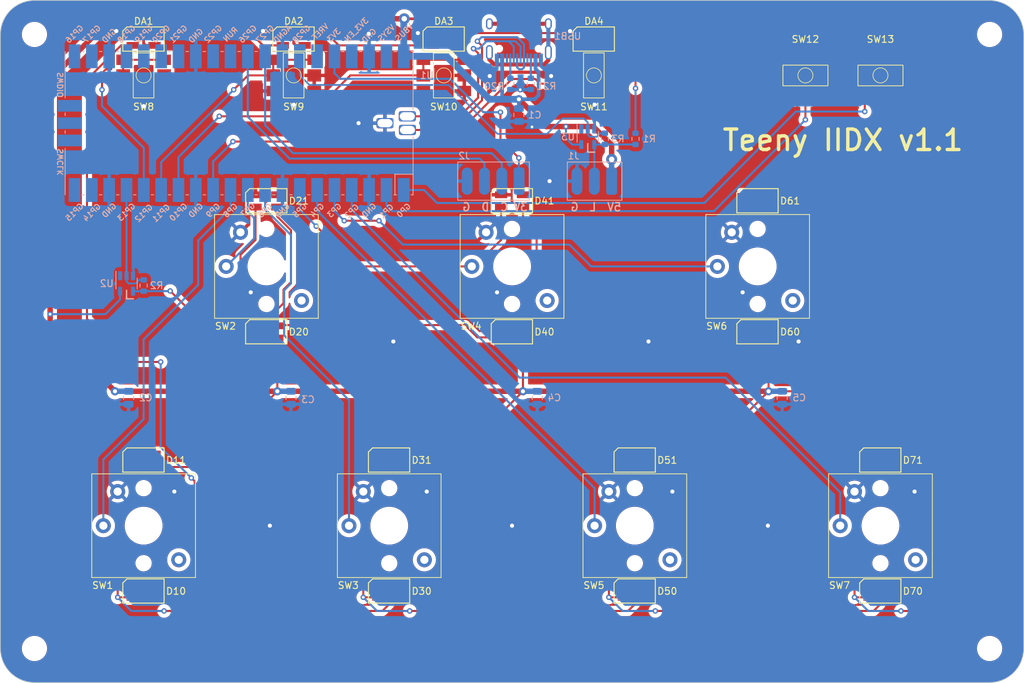
<source format=kicad_pcb>
(kicad_pcb (version 20221018) (generator pcbnew)
  (title_block (title "Teeny Controller for IIDX"))
  (layers (0 "F.Cu" signal) (31 "B.Cu" signal) (34 "B.Paste" user) (35 "F.Paste" user) (36 "B.SilkS" user "B.Silkscreen") (37 "F.SilkS" user "F.Silkscreen") (38 "B.Mask" user) (39 "F.Mask" user) (44 "Edge.Cuts" user))
  (net 0 "")
  (net 1 "GND")
  (net 2 "+5V")
  (net 3 "/LED1")
  (net 4 "Net-(R20-Pad1)")
  (net 5 "Net-(R21-Pad1)")
  (net 6 "Net-(R2-Pad2)")
  (net 7 "Net-(R3-Pad2)")
  (net 8 "Net-(DA4-PadO)")
  (net 9 "/LED2")
  (net 10 "/LED4")
  (net 11 "Net-(U1-PadTP2)")
  (net 12 "Net-(U1-PadTP3)")
  (net 25 "unconnected-(USB1-Pad13)")
  (net 32 "/SDA")
  (net 33 "/SCL")
  (net 34 "/TT_LED")
  (net 35 "/LED3")
  (net 36 "/LED6")
  (net 37 "/LED5")
  (net 38 "Net-(DA1-PadO)")
  (net 39 "Net-(DA2-PadO)")
  (net 40 "Net-(DA3-PadO)")
  (net 41 "Net-(SW1-Pad1)")
  (net 42 "Net-(SW2-Pad1)")
  (net 43 "Net-(SW3-Pad1)")
  (net 44 "/LED7")
  (net 45 "Net-(SW4-Pad1)")
  (net 46 "Net-(SW5-Pad1)")
  (net 47 "Net-(SW6-Pad1)")
  (net 48 "Net-(SW7-Pad1)")
  (net 49 "Net-(SW8-Pad1)")
  (net 50 "Net-(SW9-Pad1)")
  (net 51 "Net-(SW10-Pad1)")
  (net 52 "Net-(SW11-Pad1)")
  (net 53 "/LED8")
  (net 56 "Net-(SW12-Pad1)")
  (net 57 "Net-(SW13-Pad1)")
  (net 58 "/3V3")
  (footprint "iidx_teeny:WS2812B-2835" (layer "F.Cu") (at 191.32 156 180)
    (fp_text reference "D70")
    (fp_text value "WS2812B_Unified" hide)
  )
  (footprint "iidx_teeny:WS2812B-2835" (layer "F.Cu") (at 191.32 136.8 180)
    (fp_text reference "D71")
    (fp_text value "WS2812B_Unified" hide)
  )
  (footprint "iidx_teeny:WS2812B-2835" (layer "F.Cu") (at 155.32 136.8 180)
    (fp_text reference "D51")
    (fp_text value "WS2812B_Unified" hide)
  )
  (footprint "iidx_teeny:WS2812B-2835" (layer "F.Cu") (at 101.32 118 180)
    (fp_text reference "D20")
    (fp_text value "WS2812B_Unified" hide)
  )
  (footprint "iidx_teeny:SW_Kailh_Choc_V1V2_1.00u_LED" (layer "F.Cu") (at 155.32 146.4 90)
    (fp_text reference "SW5")
    (fp_text value "SWITCH_SPST" hide)
  )
  (footprint "iidx_teeny:WS2812B-2835" (layer "F.Cu") (at 83.32 156 180)
    (fp_text reference "D10")
    (fp_text value "WS2812B_Unified" hide)
  )
  (footprint "iidx_teeny:MountingHole_3.2mm_M3" (layer "F.Cu") (at 67.32 74.4)
    (fp_text reference "SCR1" hide)
    (fp_text value "ScrewHole" hide)
  )
  (footprint "iidx_teeny:WS2812B-2835" (layer "F.Cu") (at 101.32 98.8 180)
    (fp_text reference "D21")
    (fp_text value "WS2812B_Unified" hide)
  )
  (footprint "iidx_teeny:EVQP1K05M" (layer "F.Cu") (at 127.32 80.4)
    (fp_text reference "SW10")
    (fp_text value "SWITCH_SPST" hide)
  )
  (footprint "iidx_teeny:SW_Kailh_Choc_V1V2_1.00u_LED" (layer "F.Cu") (at 101.32 108.4 90)
    (fp_text reference "SW2")
    (fp_text value "SWITCH_SPST" hide)
  )
  (footprint "iidx_teeny:WS2812B-2835" (layer "F.Cu") (at 119.32 136.8 180)
    (fp_text reference "D31")
    (fp_text value "WS2812B_Unified" hide)
  )
  (footprint "iidx_teeny:WS2812B-2835" (layer "F.Cu") (at 83.32 136.8 180)
    (fp_text reference "D11")
    (fp_text value "WS2812B_Unified" hide)
  )
  (footprint "iidx_teeny:SW_Kailh_Choc_V1V2_1.00u_LED" (layer "F.Cu") (at 119.32 146.4 90)
    (fp_text reference "SW3")
    (fp_text value "SWITCH_SPST" hide)
  )
  (footprint "iidx_teeny:WS2812B-2835" (layer "F.Cu") (at 173.32 118 180)
    (fp_text reference "D60")
    (fp_text value "WS2812B_Unified" hide)
  )
  (footprint "iidx_teeny:EVQP1K05M" (layer "F.Cu") (at 105.32 80.4)
    (fp_text reference "SW9")
    (fp_text value "SWITCH_SPST" hide)
  )
  (footprint "iidx_teeny:EVQP1K05M" (layer "F.Cu") (at 83.32 80.4)
    (fp_text reference "SW8")
    (fp_text value "SWITCH_SPST" hide)
  )
  (footprint "iidx_teeny:EVQP1K05M" (layer "F.Cu") (at 191.32 80.4 90)
    (fp_text reference "SW13")
    (fp_text value "SWITCH_SPST" hide)
  )
  (footprint "iidx_teeny:MountingHole_3.2mm_M3" (layer "F.Cu") (at 207.32 74.4)
    (fp_text reference "SCR2" hide)
    (fp_text value "ScrewHole" hide)
  )
  (footprint "iidx_teeny:WS2812B-2835" (layer "F.Cu") (at 155.32 156 180)
    (fp_text reference "D50")
    (fp_text value "WS2812B_Unified" hide)
  )
  (footprint "iidx_teeny:EVQP1K05M" (layer "F.Cu") (at 180.32 80.4 90)
    (fp_text reference "SW12")
    (fp_text value "SWITCH_SPST" hide)
  )
  (footprint "iidx_teeny:WS2812B-2835" (layer "F.Cu") (at 127.32 75.1 180)
    (fp_text reference "DA3")
    (fp_text value "WS2812B_Unified" hide)
  )
  (footprint "iidx_teeny:WS2812B-2835" (layer "F.Cu") (at 137.32 98.8 180)
    (fp_text reference "D41")
    (fp_text value "WS2812B_Unified" hide)
  )
  (footprint "iidx_teeny:WS2812B-2835" (layer "F.Cu") (at 149.32 75.1 180)
    (fp_text reference "DA4")
    (fp_text value "WS2812B_Unified" hide)
  )
  (footprint "iidx_teeny:WS2812B-2835" (layer "F.Cu") (at 105.32 75.1 180)
    (fp_text reference "DA2")
    (fp_text value "WS2812B_Unified" hide)
  )
  (footprint "iidx_teeny:WS2812B-2835" (layer "F.Cu") (at 83.32 75.1 180)
    (fp_text reference "DA1")
    (fp_text value "WS2812B_Unified" hide)
  )
  (footprint "iidx_teeny:WS2812B-2835" (layer "F.Cu") (at 173.32 98.8 180)
    (fp_text reference "D61")
    (fp_text value "WS2812B_Unified" hide)
  )
  (footprint "iidx_teeny:SW_Kailh_Choc_V1V2_1.00u_LED" (layer "F.Cu") (at 173.32 108.4 90)
    (fp_text reference "SW6")
    (fp_text value "SWITCH_SPST" hide)
  )
  (footprint "iidx_teeny:EVQP1K05M" (layer "F.Cu") (at 149.32 80.4)
    (fp_text reference "SW11")
    (fp_text value "SWITCH_SPST" hide)
  )
  (footprint "iidx_teeny:WS2812B-2835" (layer "F.Cu") (at 137.32 118 180)
    (fp_text reference "D40")
    (fp_text value "WS2812B_Unified" hide)
  )
  (footprint "iidx_teeny:SW_Kailh_Choc_V1V2_1.00u_LED" (layer "F.Cu") (at 191.32 146.4 90)
    (fp_text reference "SW7")
    (fp_text value "SWITCH_SPST" hide)
  )
  (footprint "iidx_teeny:SW_Kailh_Choc_V1V2_1.00u_LED" (layer "F.Cu") (at 137.32 108.4 90)
    (fp_text reference "SW4")
    (fp_text value "SWITCH_SPST" hide)
  )
  (footprint "iidx_teeny:MountingHole_3.2mm_M3" (layer "F.Cu") (at 207.32 164.4)
    (fp_text reference "SCR4" hide)
    (fp_text value "ScrewHole" hide)
  )
  (footprint "iidx_teeny:MountingHole_3.2mm_M3" (layer "F.Cu") (at 67.32 164.4)
    (fp_text reference "SCR3" hide)
    (fp_text value "ScrewHole" hide)
  )
  (footprint "iidx_teeny:WS2812B-2835" (layer "F.Cu") (at 119.32 156 180)
    (fp_text reference "D30")
    (fp_text value "WS2812B_Unified" hide)
  )
  (footprint "iidx_teeny:SW_Kailh_Choc_V1V2_1.00u_LED" (layer "F.Cu") (at 83.32 146.4 90)
    (fp_text reference "SW1")
    (fp_text value "SWITCH_SPST" hide)
  )
  (footprint "iidx_teeny:SOT-23-5_Jumper" (layer "B.Cu") (at 80.82 110.9 -90)
    (fp_text reference "U2")
    (fp_text value "SN74LV1T34DBV" hide)
  )
  (footprint "Capacitor_SMD:C_0805_2012Metric" (layer "B.Cu") (at 104.92 127.65 -90)
    (fp_text reference "C3")
    (fp_text value "1uF" hide)
  )
  (footprint "Resistor_SMD:R_0603_1608Metric" (layer "B.Cu") (at 150.92 89.7 90)
    (fp_text reference "R3")
    (fp_text value "10" hide)
  )
  (footprint "iidx_teeny:RPi_Pico_SMD_Pins" (layer "B.Cu") (at 97.32 87.4 90)
    (fp_text reference "U1")
    (fp_text value "Pico" hide)
  )
  (footprint "Capacitor_SMD:C_0805_2012Metric" (layer "B.Cu") (at 81.12 127.65 -90)
    (fp_text reference "C2")
    (fp_text value "1uF" hide)
  )
  (footprint "Resistor_SMD:R_0603_1608Metric" (layer "B.Cu") (at 83.32 111.2 90)
    (fp_text reference "R2")
    (fp_text value "10" hide)
  )
  (footprint "Capacitor_SMD:C_0805_2012Metric" (layer "B.Cu") (at 176.92 127.65 -90)
    (fp_text reference "C5")
    (fp_text value "1uF" hide)
  )
  (footprint "iidx_teeny:Solder_3P" (layer "B.Cu") (at 151.92 95.9 90)
    (fp_text reference "J1")
    (fp_text value "Conn_01x03" hide)
  )
  (footprint "Resistor_SMD:R_0603_1608Metric" (layer "B.Cu") (at 137.07 81.65 -90)
    (fp_text reference "R20")
    (fp_text value "5K1" hide)
  )
  (footprint "Capacitor_SMD:C_0805_2012Metric" (layer "B.Cu") (at 141.02 127.65 -90)
    (fp_text reference "C4")
    (fp_text value "1uF" hide)
  )
  (footprint "Resistor_SMD:R_0603_1608Metric" (layer "B.Cu") (at 140.07 81.65 -90)
    (fp_text reference "R21")
    (fp_text value "5K1" hide)
  )
  (footprint "iidx_teeny:SOT-23-5_Jumper" (layer "B.Cu") (at 148.42 89.4 -90)
    (fp_text reference "U3")
    (fp_text value "SN74LV1T34DBV" hide)
  )
  (footprint "Resistor_SMD:R_0603_1608Metric" (layer "B.Cu") (at 155.42 89.7 -90)
    (fp_text reference "R1")
    (fp_text value "10" hide)
  )
  (footprint "iidx_teeny:Solder_4P" (layer "B.Cu") (at 138.36 95.9 90)
    (fp_text reference "J2")
    (fp_text value "Conn_01x04" hide)
  )
  (footprint "Type-C:HRO-TYPE-C-31-M-12-Assembly" (layer "B.Cu") (at 138.32 70.2375)
    (fp_text reference "USB1")
    (fp_text value "U262-161N-4BVC11" hide)
  )
  (footprint "Capacitor_SMD:C_0805_2012Metric" (layer "B.Cu") (at 138.32 86.2 -90)
    (fp_text reference "C1")
    (fp_text value "1uF" hide)
  )
  (gr_arc (start 62.32 74.4) (mid 63.784466 70.864466) (end 67.32 69.4) (stroke (width 0.1)) (layer "Edge.Cuts"))
  (gr_line (start 212.32 74.4) (end 212.32 164.4) (stroke (width 0.1)) (layer "Edge.Cuts"))
  (gr_line (start 67.32 69.4) (end 207.32 69.4) (stroke (width 0.1)) (layer "Edge.Cuts"))
  (gr_line (start 67.32 169.4) (end 207.32 169.4) (stroke (width 0.1)) (layer "Edge.Cuts"))
  (gr_arc (start 212.32 164.4) (mid 210.855534 167.935534) (end 207.32 169.4) (stroke (width 0.1)) (layer "Edge.Cuts"))
  (gr_arc (start 207.32 69.4) (mid 210.855534 70.864466) (end 212.32 74.4) (stroke (width 0.1)) (layer "Edge.Cuts"))
  (gr_arc (start 67.32 169.4) (mid 63.784466 167.935534) (end 62.32 164.4) (stroke (width 0.1)) (layer "Edge.Cuts"))
  (gr_line (start 62.32 164.4) (end 62.32 74.4) (stroke (width 0.1)) (layer "Edge.Cuts"))
  (gr_text "3V C  D  G" (at 134.82 99.7) (layer "B.SilkS") (effects (font (size 1.2 1.1) (thickness 0.2)) (justify mirror)))
  (gr_text "5V  L  G" (at 149.62 99.7) (layer "B.SilkS") (effects (font (size 1.2 1.1) (thickness 0.2)) (justify mirror)))
  (gr_text "Teeny IIDX v1.1" (at 185.82 89.9) (layer "F.SilkS") (effects (font (size 3 3) (thickness 0.5))))
  (segment (start 146.32 82.686) (end 152.32 82.686) (width 0.3) (layer "F.Cu") (net 1))
  (segment (start 102.32 82.686) (end 108.32 82.686) (width 0.3) (layer "F.Cu") (net 1))
  (segment (start 108.32 82.686) (end 108.32 80.4) (width 0.3) (layer "F.Cu") (net 1))
  (segment (start 182.606 77.4) (end 182.606 83.4) (width 0.3) (layer "F.Cu") (net 1))
  (segment (start 80.32 82.686) (end 86.32 82.686) (width 0.3) (layer "F.Cu") (net 1))
  (segment (start 86.32 82.686) (end 86.32 80.4) (width 0.3) (layer "F.Cu") (net 1))
  (segment (start 152.32 82.686) (end 152.32 80.4) (width 0.3) (layer "F.Cu") (net 1))
  (segment (start 193.606 77.4) (end 193.606 83.4) (width 0.3) (layer "F.Cu") (net 1))
  (segment (start 124.32 82.686) (end 130.32 82.686) (width 0.3) (layer "F.Cu") (net 1))
  (segment (start 180.32 77.4) (end 182.606 77.4) (width 0.3) (layer "F.Cu") (net 1))
  (segment (start 191.32 77.4) (end 193.606 77.4) (width 0.3) (layer "F.Cu") (net 1))
  (segment (start 130.32 82.686) (end 130.32 80.4) (width 0.3) (layer "F.Cu") (net 1))
  (via (at 171.12 112.2) (size 1) (drill 0.6) (layers "F.Cu" "B.Cu") (net 1))
  (via (at 100.82 73.9) (size 1) (drill 0.6) (layers "F.Cu" "B.Cu") (net 1))
  (via (at 143.04619 80.5) (size 1) (drill 0.6) (layers "F.Cu" "B.Cu") (net 1))
  (via (at 149.42 84.7) (size 1) (drill 0.6) (layers "F.Cu" "B.Cu") (net 1))
  (via (at 134.04619 80.5) (size 1) (drill 0.6) (layers "F.Cu" "B.Cu") (net 1))
  (via (at 142.82 95.9) (size 1) (drill 0.6) (layers "F.Cu" "B.Cu") (net 1))
  (via (at 179.32 119.4) (size 1) (drill 0.6) (layers "F.Cu" "B.Cu") (net 1))
  (via (at 124.82 141.4) (size 1) (drill 0.6) (layers "F.Cu" "B.Cu") (net 1))
  (via (at 174.82 146.4) (size 1) (drill 0.6) (layers "F.Cu" "B.Cu") (net 1))
  (via (at 138.52 82.5) (size 0.8) (drill 0.4) (layers "F.Cu" "B.Cu") (net 1))
  (via (at 140.245 87.95) (size 0.8) (drill 0.4) (layers "F.Cu" "B.Cu") (net 1))
  (via (at 135.12 112.2) (size 1) (drill 0.6) (layers "F.Cu" "B.Cu") (net 1))
  (via (at 196.32 141.4) (size 1) (drill 0.6) (layers "F.Cu" "B.Cu") (net 1))
  (via (at 119.92 119.4) (size 1) (drill 0.6) (layers "F.Cu" "B.Cu") (net 1))
  (via (at 79.32 73.9) (size 1) (drill 0.6) (layers "F.Cu" "B.Cu") (net 1))
  (via (at 137.32 146.4) (size 1) (drill 0.6) (layers "F.Cu" "B.Cu") (net 1))
  (via (at 157.32 119.4) (size 1) (drill 0.6) (layers "F.Cu" "B.Cu") (net 1))
  (via (at 123.52 74.2) (size 1) (drill 0.6) (layers "F.Cu" "B.Cu") (net 1))
  (via (at 114.82 87.4) (size 1) (drill 0.6) (layers "F.Cu" "B.Cu") (net 1))
  (via (at 99.02 112.2) (size 1) (drill 0.6) (layers "F.Cu" "B.Cu") (net 1))
  (via (at 101.82 146.4) (size 1) (drill 0.6) (layers "F.Cu" "B.Cu") (net 1))
  (via (at 105.32 84.7) (size 1) (drill 0.6) (layers "F.Cu" "B.Cu") (net 1))
  (via (at 83.32 84.9) (size 1) (drill 0.6) (layers "F.Cu" "B.Cu") (net 1))
  (via (at 87.82 141.4) (size 1) (drill 0.6) (layers "F.Cu" "B.Cu") (net 1))
  (via (at 160.82 141.4) (size 1) (drill 0.6) (layers "F.Cu" "B.Cu") (net 1))
  (via (at 145.82 73.9) (size 1) (drill 0.6) (layers "F.Cu" "B.Cu") (net 1))
  (via (at 116.32 74.3) (size 1) (drill 0.6) (layers "F.Cu" "B.Cu") (net 1))
  (segment (start 135.095 79.45119) (end 134.04619 80.5) (width 0.5) (layer "B.Cu") (net 1))
  (segment (start 141.545 78.99881) (end 143.04619 80.5) (width 0.5) (layer "B.Cu") (net 1))
  (segment (start 141.545 78.99881) (end 141.545 77.9325) (width 0.5) (layer "B.Cu") (net 1))
  (segment (start 135.095 77.9325) (end 135.095 79.45119) (width 0.5) (layer "B.Cu") (net 1))
  (segment (start 161.92 154.5) (end 159.62 156.8) (width 0.3) (layer "F.Cu") (net 2))
  (segment (start 91.82 154.4) (end 89.42 156.8) (width 0.3) (layer "F.Cu") (net 2))
  (segment (start 199.02 153.7) (end 195.92 156.8) (width 0.3) (layer "F.Cu") (net 2))
  (segment (start 149.72 76) (end 150.92 76) (width 0.4) (layer "F.Cu") (net 2))
  (segment (start 105.32 72.1) (end 78.52 72.1) (width 0.8) (layer "F.Cu") (net 2))
  (segment (start 101.32 118.3) (end 101.32 116.3) (width 0.3) (layer "F.Cu") (net 2))
  (segment (start 128.445 70.975) (end 147.395 70.975) (width 0.4) (layer "F.Cu") (net 2))
  (segment (start 174.92 101.1) (end 174.92 99.8) (width 0.3) (layer "F.Cu") (net 2))
  (segment (start 175.82 113.8) (end 175.82 111.8) (width 0.3) (layer "F.Cu") (net 2))
  (segment (start 174.92 118.8) (end 173.82 118.8) (width 0.3) (layer "F.Cu") (net 2))
  (segment (start 192.92 137.8) (end 199.02 137.8) (width 0.3) (layer "F.Cu") (net 2))
  (segment (start 149.22 87.9) (end 151.92 90.6) (width 0.8) (layer "F.Cu") (net 2))
  (segment (start 79.12 126.7) (end 102.92 126.7) (width 0.8) (layer "F.Cu") (net 2))
  (segment (start 127.62 76) (end 128.92 76) (width 0.4) (layer "F.Cu") (net 2))
  (segment (start 127.82 137.8) (end 120.92 137.8) (width 0.3) (layer "F.Cu") (net 2))
  (segment (start 138.92 126.7) (end 127.82 137.8) (width 0.3) (layer "F.Cu") (net 2))
  (segment (start 121.52 72.1) (end 127.32 72.1) (width 0.4) (layer "F.Cu") (net 2))
  (segment (start 127.32 75.7) (end 127.62 76) (width 0.4) (layer "F.Cu") (net 2))
  (segment (start 89.42 156.8) (end 84.92 156.8) (width 0.3) (layer "F.Cu") (net 2))
  (segment (start 173.32 116.3) (end 175.82 113.8) (width 0.3) (layer "F.Cu") (net 2))
  (segment (start 69.62 115.4) (end 69.62 117.2) (width 0.8) (layer "F.Cu") (net 2))
  (segment (start 104.92 103.1) (end 102.92 101.1) (width 0.3) (layer "F.Cu") (net 2))
  (segment (start 78.52 72.1) (end 69.62 81) (width 0.8) (layer "F.Cu") (net 2))
  (segment (start 175.82 111.8) (end 176.92 110.7) (width 0.3) (layer "F.Cu") (net 2))
  (segment (start 151.92 90.6) (end 151.92 92.7) (width 0.8) (layer "F.Cu") (net 2))
  (segment (start 173.32 118.3) (end 173.32 116.3) (width 0.3) (layer "F.Cu") (net 2))
  (segment (start 127.32 72.1) (end 127.32 75.7) (width 0.4) (layer "F.Cu") (net 2))
  (segment (start 199.02 136.1) (end 199.02 137.7) (width 0.3) (layer "F.Cu") (net 2))
  (segment (start 174.92 126.7) (end 163.82 137.8) (width 0.3) (layer "F.Cu") (net 2))
  (segment (start 195.92 156.8) (end 192.92 156.8) (width 0.3) (layer "F.Cu") (net 2))
  (segment (start 91.82 137.8) (end 84.92 137.8) (width 0.3) (layer "F.Cu") (net 2))
  (segment (start 105.32 72.1) (end 105.32 75.7) (width 0.4) (layer "F.Cu") (net 2))
  (segment (start 69.62 81) (end 69.62 115.4) (width 0.8) (layer "F.Cu") (net 2))
  (segment (start 137.82 118.8) (end 137.32 118.3) (width 0.3) (layer "F.Cu") (net 2))
  (segment (start 103.82 113.8) (end 103.82 111.8) (width 0.3) (layer "F.Cu") (net 2))
  (segment (start 163.82 137.8) (end 156.92 137.8) (width 0.3) (layer "F.Cu") (net 2))
  (segment (start 123.22 156.8) (end 120.92 156.8) (width 0.3) (layer "F.Cu") (net 2))
  (segment (start 149.32 75.6) (end 149.72 76) (width 0.4) (layer "F.Cu") (net 2))
  (segment (start 102.92 126.7) (end 91.82 137.8) (width 0.3) (layer "F.Cu") (net 2))
  (segment (start 102.92 126.7) (end 174.92 126.7) (width 0.8) (layer "F.Cu") (net 2))
  (segment (start 174.92 126.7) (end 189.62 126.7) (width 0.3) (layer "F.Cu") (net 2))
  (segment (start 147.395 70.975) (end 149.32 72.9) (width 0.4) (layer "F.Cu") (net 2))
  (segment (start 102.92 101.1) (end 102.92 99.8) (width 0.3) (layer "F.Cu") (net 2))
  (segment (start 176.92 110.7) (end 176.92 103.1) (width 0.3) (layer "F.Cu") (net 2))
  (segment (start 138.92 118.8) (end 138.92 126.7) (width 0.3) (layer "F.Cu") (net 2))
  (segment (start 137.32 116.3) (end 139.82 113.8) (width 0.3) (layer "F.Cu") (net 2))
  (segment (start 105.32 75.7) (end 105.62 76) (width 0.4) (layer "F.Cu") (net 2))
  (segment (start 199.02 137.7) (end 199.02 153.7) (width 0.3) (layer "F.Cu") (net 2))
  (segment (start 101.32 116.3) (end 103.82 113.8) (width 0.3) (layer "F.Cu") (net 2))
  (segment (start 105.62 76) (end 106.92 76) (width 0.4) (layer "F.Cu") (net 2))
  (segment (start 138.92 118.8) (end 137.82 118.8) (width 0.3) (layer "F.Cu") (net 2))
  (segment (start 69.62 117.2) (end 79.12 126.7) (width 0.8) (layer "F.Cu") (net 2))
  (segment (start 163.82 152.6) (end 161.92 154.5) (width 0.3) (layer "F.Cu") (net 2))
  (segment (start 83.62 76) (end 84.92 76) (width 0.4) (layer "F.Cu") (net 2))
  (segment (start 138.92 101.1) (end 138.92 99.8) (width 0.3) (layer "F.Cu") (net 2))
  (segment (start 91.82 137.8) (end 91.82 154.4) (width 0.3) (layer "F.Cu") (net 2))
  (segment (start 173.82 118.8) (end 173.32 118.3) (width 0.3) (layer "F.Cu") (net 2))
  (segment (start 127.82 137.8) (end 127.82 152.2) (width 0.3) (layer "F.Cu") (net 2))
  (segment (start 127.32 72.1) (end 128.445 70.975) (width 0.4) (layer "F.Cu") (net 2))
  (segment (start 102.92 118.8) (end 101.82 118.8) (width 0.3) (layer "F.Cu") (net 2))
  (segment (start 104.92 110.7) (end 104.92 103.1) (width 0.3) (layer "F.Cu") (net 2))
  (segment (start 139.82 111.8) (end 140.92 110.7) (width 0.3) (layer "F.Cu") (net 2))
  (segment (start 189.62 126.7) (end 199.02 136.1) (width 0.3) (layer "F.Cu") (net 2))
  (segment (start 83.32 72.1) (end 83.32 75.7) (width 0.4) (layer "F.Cu") (net 2))
  (segment (start 138.32 83.9) (end 142.32 87.9) (width 0.8) (layer "F.Cu") (net 2))
  (segment (start 137.32 118.3) (end 137.32 116.3) (width 0.3) (layer "F.Cu") (net 2))
  (segment (start 174.92 126.7) (end 174.92 118.8) (width 0.3) (layer "F.Cu") (net 2))
  (segment (start 83.32 75.7) (end 83.62 76) (width 0.4) (layer "F.Cu") (net 2))
  (segment (start 140.92 110.7) (end 140.92 103.1) (width 0.3) (layer "F.Cu") (net 2))
  (segment (start 102.92 118.8) (end 102.92 126.7) (width 0.3) (layer "F.Cu") (net 2))
  (segment (start 140.92 103.1) (end 138.92 101.1) (width 0.3) (layer "F.Cu") (net 2))
  (segment (start 149.32 72.9) (end 149.32 75.6) (width 0.4) (layer "F.Cu") (net 2))
  (segment (start 121.52 72.1) (end 105.32 72.1) (width 0.8) (layer "F.Cu") (net 2))
  (segment (start 103.82 111.8) (end 104.92 110.7) (width 0.3) (layer "F.Cu") (net 2))
  (segment (start 127.82 152.2) (end 123.22 156.8) (width 0.3) (layer "F.Cu") (net 2))
  (segment (start 159.62 156.8) (end 156.92 156.8) (width 0.3) (layer "F.Cu") (net 2))
  (segment (start 176.92 103.1) (end 174.92 101.1) (width 0.3) (layer "F.Cu") (net 2))
  (segment (start 145.22 87.9) (end 149.22 87.9) (width 0.8) (layer "F.Cu") (net 2))
  (segment (start 101.82 118.8) (end 101.32 118.3) (width 0.3) (layer "F.Cu") (net 2))
  (segment (start 139.82 113.8) (end 139.82 111.8) (width 0.3) (layer "F.Cu") (net 2))
  (segment (start 142.32 87.9) (end 145.22 87.9) (width 0.8) (layer "F.Cu") (net 2))
  (segment (start 163.82 137.8) (end 163.82 152.6) (width 0.3) (layer "F.Cu") (net 2))
  (via (at 121.52 72.1) (size 1.6) (drill 0.8) (layers "F.Cu" "B.Cu") (net 2))
  (via (at 138.32 83.9) (size 1.2) (drill 0.6) (layers "F.Cu" "B.Cu") (net 2))
  (via (at 174.92 126.7) (size 1.2) (drill 0.6) (layers "F.Cu" "B.Cu") (net 2))
  (via (at 151.92 92.7) (size 1.6) (drill 0.8) (layers "F.Cu" "B.Cu") (net 2))
  (via (at 102.92 126.7) (size 1.2) (drill 0.6) (layers "F.Cu" "B.Cu") (net 2))
  (via (at 69.62 115.4) (size 0.8) (drill 0.4) (layers "F.Cu" "B.Cu") (net 2))
  (via (at 138.92 126.7) (size 1.2) (drill 0.6) (layers "F.Cu" "B.Cu") (net 2))
  (via (at 79.12 126.7) (size 1.2) (drill 0.6) (layers "F.Cu" "B.Cu") (net 2))
  (via (at 145.22 87.9) (size 0.8) (drill 0.4) (layers "F.Cu" "B.Cu") (net 2))
  (segment (start 140.77 77.9325) (end 140.77 79.45) (width 0.55) (layer "B.Cu") (net 2))
  (segment (start 121.45 72.17) (end 121.52 72.1) (width 0.5) (layer "B.Cu") (net 2))
  (segment (start 77.72 115.4) (end 69.62 115.4) (width 0.3) (layer "B.Cu") (net 2))
  (segment (start 145.22 87.9) (end 145.22 89.6) (width 0.3) (layer "B.Cu") (net 2))
  (segment (start 121.45 77.6) (end 121.45 72.17) (width 1) (layer "B.Cu") (net 2))
  (segment (start 141.22 79.9) (end 141.22 83.3) (width 0.55) (layer "B.Cu") (net 2))
  (segment (start 135.87 83.9) (end 135.87 77.9325) (width 0.55) (layer "B.Cu") (net 2))
  (segment (start 151.92 92.7) (end 151.92 95.9) (width 0.8) (layer "B.Cu") (net 2))
  (segment (start 138.92 126.7) (end 141.02 126.7) (width 0.8) (layer "B.Cu") (net 2))
  (segment (start 140.77 79.45) (end 141.22 79.9) (width 0.55) (layer "B.Cu") (net 2))
  (segment (start 79.87 113.25) (end 77.72 115.4) (width 0.3) (layer "B.Cu") (net 2))
  (segment (start 146.1575 90.5375) (end 147.47 90.5375) (width 0.3) (layer "B.Cu") (net 2))
  (segment (start 140.62 83.9) (end 138.32 83.9) (width 0.55) (layer "B.Cu") (net 2))
  (segment (start 145.22 89.6) (end 146.1575 90.5375) (width 0.3) (layer "B.Cu") (net 2))
  (segment (start 174.92 126.7) (end 176.92 126.7) (width 0.8) (layer "B.Cu") (net 2))
  (segment (start 79.12 126.7) (end 81.12 126.7) (width 0.8) (layer "B.Cu") (net 2))
  (segment (start 138.32 83.9) (end 134.02 83.9) (width 1) (layer "B.Cu") (net 2))
  (segment (start 141.22 83.3) (end 140.62 83.9) (width 0.55) (layer "B.Cu") (net 2))
  (segment (start 102.92 126.7) (end 105.02 126.7) (width 0.8) (layer "B.Cu") (net 2))
  (segment (start 134.02 83.9) (end 127.72 77.6) (width 1) (layer "B.Cu") (net 2))
  (segment (start 138.32 83.9) (end 138.32 85.25) (width 0.55) (layer "B.Cu") (net 2))
  (segment (start 79.87 112.0375) (end 79.87 113.25) (width 0.3) (layer "B.Cu") (net 2))
  (segment (start 127.72 77.6) (end 121.45 77.6) (width 1) (layer "B.Cu") (net 2))
  (segment (start 119.32 155.4) (end 119.62 155.1) (width 0.3) (layer "F.Cu") (net 3))
  (segment (start 118.32 158.9) (end 119.32 157.9) (width 0.3) (layer "F.Cu") (net 3))
  (segment (start 81.72 142.5) (end 81.72 137.7) (width 0.3) (layer "F.Cu") (net 3))
  (segment (start 79.52 144.7) (end 81.72 142.5) (width 0.3) (layer "F.Cu") (net 3))
  (segment (start 79.52 156.9) (end 79.52 144.7) (width 0.3) (layer "F.Cu") (net 3))
  (segment (start 81.72 156.9) (end 79.52 156.9) (width 0.3) (layer "F.Cu") (net 3))
  (segment (start 119.62 155.1) (end 120.92 155.1) (width 0.3) (layer "F.Cu") (net 3))
  (segment (start 86.32 158.9) (end 118.32 158.9) (width 0.3) (layer "F.Cu") (net 3))
  (segment (start 119.32 157.9) (end 119.32 155.4) (width 0.3) (layer "F.Cu") (net 3))
  (via (at 79.52 156.9) (size 0.8) (drill 0.4) (layers "F.Cu" "B.Cu") (net 3))
  (via (at 86.32 158.9) (size 0.8) (drill 0.4) (layers "F.Cu" "B.Cu") (net 3))
  (segment (start 86.32 158.9) (end 81.52 158.9) (width 0.3) (layer "B.Cu") (net 3))
  (segment (start 81.52 158.9) (end 79.52 156.9) (width 0.3) (layer "B.Cu") (net 3))
  (segment (start 137.07 80.825) (end 137.07 77.9325) (width 0.3) (layer "B.Cu") (net 4))
  (segment (start 140.07 80.825) (end 140.07 77.9325) (width 0.3) (layer "B.Cu") (net 5))
  (segment (start 82.12 110.9) (end 82.645 110.375) (width 0.25) (layer "B.Cu") (net 6))
  (segment (start 80.81 97.2) (end 80.81 109.7525) (width 0.3) (layer "B.Cu") (net 6))
  (segment (start 80.82 110.6) (end 81.12 110.9) (width 0.25) (layer "B.Cu") (net 6))
  (segment (start 81.12 110.9) (end 82.12 110.9) (width 0.25) (layer "B.Cu") (net 6))
  (segment (start 80.82 109.7625) (end 80.82 110.6) (width 0.25) (layer "B.Cu") (net 6))
  (segment (start 82.645 110.375) (end 83.32 110.375) (width 0.25) (layer "B.Cu") (net 6))
  (segment (start 106.21 80.39) (end 107.62 81.8) (width 0.25) (layer "B.Cu") (net 7))
  (segment (start 135.195 88.975) (end 142.445 88.975) (width 0.25) (layer "B.Cu") (net 7))
  (segment (start 106.21 77.6) (end 106.21 80.39) (width 0.25) (layer "B.Cu") (net 7))
  (segment (start 148.42 87.3) (end 148.42 88.2625) (width 0.25) (layer "B.Cu") (net 7))
  (segment (start 150.245 88.875) (end 150.92 88.875) (width 0.25) (layer "B.Cu") (net 7))
  (segment (start 148.42 89.1) (end 148.72 89.4) (width 0.25) (layer "B.Cu") (net 7))
  (segment (start 149.72 89.4) (end 150.245 88.875) (width 0.25) (layer "B.Cu") (net 7))
  (segment (start 107.62 81.8) (end 128.02 81.8) (width 0.25) (layer "B.Cu") (net 7))
  (segment (start 144.72 86.7) (end 147.82 86.7) (width 0.25) (layer "B.Cu") (net 7))
  (segment (start 147.82 86.7) (end 148.42 87.3) (width 0.25) (layer "B.Cu") (net 7))
  (segment (start 148.72 89.4) (end 149.72 89.4) (width 0.25) (layer "B.Cu") (net 7))
  (segment (start 148.42 88.2625) (end 148.42 89.1) (width 0.25) (layer "B.Cu") (net 7))
  (segment (start 142.445 88.975) (end 144.72 86.7) (width 0.25) (layer "B.Cu") (net 7))
  (segment (start 128.02 81.8) (end 135.195 88.975) (width 0.25) (layer "B.Cu") (net 7))
  (segment (start 154.62 74.2) (end 155.22 74.8) (width 0.3) (layer "F.Cu") (net 8))
  (segment (start 150.92 74.2) (end 154.62 74.2) (width 0.3) (layer "F.Cu") (net 8))
  (segment (start 155.42 75) (end 155.42 82.3) (width 0.3) (layer "F.Cu") (net 8))
  (segment (start 155.22 74.8) (end 155.42 75) (width 0.3) (layer "F.Cu") (net 8))
  (via (at 155.42 82.3) (size 0.8) (drill 0.4) (layers "F.Cu" "B.Cu") (net 8))
  (segment (start 155.42 82.3) (end 155.42 88.875) (width 0.3) (layer "B.Cu") (net 8))
  (segment (start 87.22 112) (end 94.02 118.8) (width 0.3) (layer "F.Cu") (net 9))
  (segment (start 97.52 118.8) (end 97.52 106.7) (width 0.3) (layer "F.Cu") (net 9))
  (segment (start 99.72 104.5) (end 99.72 99.7) (width 0.3) (layer "F.Cu") (net 9))
  (segment (start 94.02 118.8) (end 99.72 118.8) (width 0.3) (layer "F.Cu") (net 9))
  (segment (start 97.52 106.7) (end 99.72 104.5) (width 0.3) (layer "F.Cu") (net 9))
  (via (at 87.22 112) (size 0.8) (drill 0.4) (layers "F.Cu" "B.Cu") (net 9))
  (segment (start 87.22 112) (end 87.195 112.025) (width 0.3) (layer "B.Cu") (net 9))
  (segment (start 87.195 112.025) (end 83.32 112.025) (width 0.3) (layer "B.Cu") (net 9))
  (segment (start 81.77 112.0375) (end 83.3075 112.0375) (width 0.3) (layer "B.Cu") (net 9))
  (segment (start 130.42 117) (end 132.22 118.8) (width 0.3) (layer "F.Cu") (net 10))
  (segment (start 133.52 118.8) (end 133.52 106.7) (width 0.3) (layer "F.Cu") (net 10))
  (segment (start 135.72 104.5) (end 135.72 99.7) (width 0.3) (layer "F.Cu") (net 10))
  (segment (start 133.52 106.7) (end 135.72 104.5) (width 0.3) (layer "F.Cu") (net 10))
  (segment (start 132.22 118.8) (end 135.72 118.8) (width 0.3) (layer "F.Cu") (net 10))
  (segment (start 102.92 117) (end 130.42 117) (width 0.3) (layer "F.Cu") (net 10))
  (segment (start 131.67 76.475) (end 132.345 77.15) (width 0.3) (layer "F.Cu") (net 11))
  (segment (start 129.62 86.4) (end 121.97 86.4) (width 0.3) (layer "F.Cu") (net 11))
  (segment (start 132.345 77.15) (end 132.345 83.675) (width 0.3) (layer "F.Cu") (net 11))
  (segment (start 132.345 83.675) (end 129.62 86.4) (width 0.3) (layer "F.Cu") (net 11))
  (via (at 131.67 76.475) (size 0.8) (drill 0.4) (layers "F.Cu" "B.Cu") (net 11))
  (segment (start 138.57 76.15) (end 138.57 77.9325) (width 0.3) (layer "B.Cu") (net 11))
  (segment (start 132.495 76.475) (end 133.57 75.4) (width 0.3) (layer "B.Cu") (net 11))
  (segment (start 131.67 76.475) (end 132.495 76.475) (width 0.3) (layer "B.Cu") (net 11))
  (segment (start 137.82 75.4) (end 138.57 76.15) (width 0.3) (layer "B.Cu") (net 11))
  (segment (start 133.57 75.4) (end 137.82 75.4) (width 0.3) (layer "B.Cu") (net 11))
  (segment (start 137.57 76.15) (end 136.82 75.4) (width 0.3) (layer "B.Cu") (net 11))
  (segment (start 137.57 77.9325) (end 137.57 76.15) (width 0.3) (layer "B.Cu") (net 11))
  (segment (start 132.92 76.075) (end 132.92 84.05) (width 0.3) (layer "F.Cu") (net 12))
  (segment (start 132.92 84.05) (end 128.57 88.4) (width 0.3) (layer "F.Cu") (net 12))
  (segment (start 132.245 75.4) (end 132.92 76.075) (width 0.3) (layer "F.Cu") (net 12))
  (segment (start 128.57 88.4) (end 121.99 88.4) (width 0.3) (layer "F.Cu") (net 12))
  (via (at 132.245 75.4) (size 0.8) (drill 0.4) (layers "F.Cu" "B.Cu") (net 12))
  (segment (start 132.245 75.4) (end 132.845 74.8) (width 0.3) (layer "B.Cu") (net 12))
  (segment (start 139.07 79.241106) (end 139.07 77.9325) (width 0.3) (layer "B.Cu") (net 12))
  (segment (start 138.07 79.226359) (end 138.343641 79.5) (width 0.3) (layer "B.Cu") (net 12))
  (segment (start 138.811106 79.5) (end 139.07 79.241106) (width 0.3) (layer "B.Cu") (net 12))
  (segment (start 132.845 74.8) (end 138.07 74.8) (width 0.3) (layer "B.Cu") (net 12))
  (segment (start 138.07 74.8) (end 139.07 75.8) (width 0.3) (layer "B.Cu") (net 12))
  (segment (start 139.07 75.8) (end 139.07 77.9325) (width 0.3) (layer "B.Cu") (net 12))
  (segment (start 138.07 77.9325) (end 138.07 79.226359) (width 0.3) (layer "B.Cu") (net 12))
  (segment (start 138.343641 79.5) (end 138.811106 79.5) (width 0.3) (layer "B.Cu") (net 12))
  (segment (start 134 78.08) (end 134 77.0175) (width 0.6) (layer "F.Cu") (net 25))
  (segment (start 142.64 77.0175) (end 142.64 78.18) (width 0.6) (layer "F.Cu") (net 25))
  (segment (start 134 72.8375) (end 142.64 72.8375) (width 0.6) (layer "F.Cu") (net 25))
  (segment (start 142.64 78.18) (end 142.02 78.8) (width 0.6) (layer "F.Cu") (net 25))
  (segment (start 142.02 78.8) (end 134.72 78.8) (width 0.6) (layer "F.Cu") (net 25))
  (segment (start 134.72 78.8) (end 134 78.08) (width 0.6) (layer "F.Cu") (net 25))
  (segment (start 142.64 72.8375) (end 142.64 77.0175) (width 0.6) (layer "B.Cu") (net 25))
  (segment (start 104.72 92.6) (end 98.59 86.47) (width 0.3) (layer "B.Cu") (net 32))
  (segment (start 132.58 92.6) (end 104.72 92.6) (width 0.3) (layer "B.Cu") (net 32))
  (segment (start 133.28 95.9) (end 133.28 93.3) (width 0.3) (layer "B.Cu") (net 32))
  (segment (start 98.59 86.47) (end 98.59 77.6) (width 0.3) (layer "B.Cu") (net 32))
  (segment (start 133.28 93.3) (end 132.58 92.6) (width 0.3) (layer "B.Cu") (net 32))
  (segment (start 101.13 87.71) (end 101.13 77.6) (width 0.3) (layer "B.Cu") (net 33))
  (segment (start 135.82 93.3) (end 134.32 91.8) (width 0.3) (layer "B.Cu") (net 33))
  (segment (start 134.32 91.8) (end 105.22 91.8) (width 0.3) (layer "B.Cu") (net 33))
  (segment (start 105.22 91.8) (end 101.13 87.71) (width 0.3) (layer "B.Cu") (net 33))
  (segment (start 135.82 95.9) (end 135.82 93.3) (width 0.3) (layer "B.Cu") (net 33))
  (segment (start 149.37 90.5375) (end 150.9075 90.5375) (width 0.3) (layer "B.Cu") (net 34))
  (segment (start 150.92 90.525) (end 155.42 90.525) (width 0.3) (layer "B.Cu") (net 34))
  (segment (start 149.37 90.5375) (end 149.38 90.5475) (width 0.3) (layer "B.Cu") (net 34))
  (segment (start 149.38 90.5475) (end 149.38 95.9) (width 0.3) (layer "B.Cu") (net 34))
  (segment (start 122.32 158.9) (end 154.32 158.9) (width 0.3) (layer "F.Cu") (net 35))
  (segment (start 155.32 157.9) (end 155.32 155.4) (width 0.3) (layer "F.Cu") (net 35))
  (segment (start 154.32 158.9) (end 155.32 157.9) (width 0.3) (layer "F.Cu") (net 35))
  (segment (start 117.72 142.5) (end 117.72 137.7) (width 0.3) (layer "F.Cu") (net 35))
  (segment (start 155.32 155.4) (end 155.62 155.1) (width 0.3) (layer "F.Cu") (net 35))
  (segment (start 155.62 155.1) (end 156.92 155.1) (width 0.3) (layer "F.Cu") (net 35))
  (segment (start 115.52 144.7) (end 117.72 142.5) (width 0.3) (layer "F.Cu") (net 35))
  (segment (start 115.52 156.9) (end 115.52 144.7) (width 0.3) (layer "F.Cu") (net 35))
  (segment (start 117.72 156.9) (end 115.52 156.9) (width 0.3) (layer "F.Cu") (net 35))
  (via (at 115.52 156.9) (size 0.8) (drill 0.4) (layers "F.Cu" "B.Cu") (net 35))
  (via (at 122.32 158.9) (size 0.8) (drill 0.4) (layers "F.Cu" "B.Cu") (net 35))
  (segment (start 117.52 158.9) (end 115.52 156.9) (width 0.3) (layer "B.Cu") (net 35))
  (segment (start 122.32 158.9) (end 117.52 158.9) (width 0.3) (layer "B.Cu") (net 35))
  (segment (start 169.52 118.8) (end 169.52 106.7) (width 0.3) (layer "F.Cu") (net 36))
  (segment (start 168.22 118.8) (end 170.22 118.8) (width 0.3) (layer "F.Cu") (net 36))
  (segment (start 169.52 106.7) (end 171.72 104.5) (width 0.3) (layer "F.Cu") (net 36))
  (segment (start 171.72 104.5) (end 171.72 99.7) (width 0.3) (layer "F.Cu") (net 36))
  (segment (start 166.42 117) (end 168.22 118.8) (width 0.3) (layer "F.Cu") (net 36))
  (segment (start 138.92 117) (end 166.42 117) (width 0.3) (layer "F.Cu") (net 36))
  (segment (start 170.22 118.8) (end 171.72 118.8) (width 0.3) (layer "F.Cu") (net 36))
  (segment (start 151.52 144.7) (end 153.72 142.5) (width 0.3) (layer "F.Cu") (net 37))
  (segment (start 153.72 156.9) (end 151.52 156.9) (width 0.3) (layer "F.Cu") (net 37))
  (segment (start 153.72 142.5) (end 153.72 137.7) (width 0.3) (layer "F.Cu") (net 37))
  (segment (start 191.62 155.1) (end 192.92 155.1) (width 0.3) (layer "F.Cu") (net 37))
  (segment (start 191.32 157.9) (end 191.32 155.4) (width 0.3) (layer "F.Cu") (net 37))
  (segment (start 191.32 155.4) (end 191.62 155.1) (width 0.3) (layer "F.Cu") (net 37))
  (segment (start 190.32 158.9) (end 191.32 157.9) (width 0.3) (layer "F.Cu") (net 37))
  (segment (start 158.32 158.9) (end 190.32 158.9) (width 0.3) (layer "F.Cu") (net 37))
  (segment (start 151.52 156.9) (end 151.52 144.7) (width 0.3) (layer "F.Cu") (net 37))
  (via (at 158.32 158.9) (size 0.8) (drill 0.4) (layers "F.Cu" "B.Cu") (net 37))
  (via (at 151.52 156.9) (size 0.8) (drill 0.4) (layers "F.Cu" "B.Cu") (net 37))
  (segment (start 153.52 158.9) (end 151.52 156.9) (width 0.3) (layer "B.Cu") (net 37))
  (segment (start 158.32 158.9) (end 153.52 158.9) (width 0.3) (layer "B.Cu") (net 37))
  (segment (start 100.82 76) (end 103.72 76) (width 0.3) (layer "F.Cu") (net 38))
  (segment (start 99.02 74.2) (end 100.82 76) (width 0.3) (layer "F.Cu") (net 38))
  (segment (start 84.92 74.2) (end 99.02 74.2) (width 0.3) (layer "F.Cu") (net 38))
  (segment (start 110.12 74.2) (end 111.92 76) (width 0.3) (layer "F.Cu") (net 39))
  (segment (start 111.92 76) (end 125.72 76) (width 0.3) (layer "F.Cu") (net 39))
  (segment (start 106.92 74.2) (end 110.12 74.2) (width 0.3) (layer "F.Cu") (net 39))
  (segment (start 144.02 74.2) (end 145.82 76) (width 0.3) (layer "F.Cu") (net 40))
  (segment (start 145.82 76) (end 147.72 76) (width 0.3) (layer "F.Cu") (net 40))
  (segment (start 128.92 74.2) (end 144.02 74.2) (width 0.3) (layer "F.Cu") (net 40))
  (segment (start 83.32 119.1) (end 83.32 130.8) (width 0.3) (layer "B.Cu") (net 41))
  (segment (start 77.42 136.7) (end 77.42 146.4) (width 0.3) (layer "B.Cu") (net 41))
  (segment (start 91.32 104.6) (end 91.32 111.1) (width 0.3) (layer "B.Cu") (net 41))
  (segment (start 91.32 111.1) (end 83.32 119.1) (width 0.3) (layer "B.Cu") (net 41))
  (segment (start 96.05 99.87) (end 91.32 104.6) (width 0.3) (layer "B.Cu") (net 41))
  (segment (start 96.05 97.2) (end 96.05 99.87) (width 0.3) (layer "B.Cu") (net 41))
  (segment (start 83.32 130.8) (end 77.42 136.7) (width 0.3) (layer "B.Cu") (net 41))
  (segment (start 99.52 104.3) (end 95.42 108.4) (width 0.3) (layer "B.Cu") (net 42))
  (segment (start 98.62 100.4) (end 99.52 101.3) (width 0.3) (layer "B.Cu") (net 42))
  (segment (start 99.52 101.3) (end 99.52 104.3) (width 0.3) (layer "B.Cu") (net 42))
  (segment (start 98.59 97.2) (end 98.59 100.4) (width 0.3) (layer "B.Cu") (net 42))
  (segment (start 101.13 97.2) (end 101.13 100.01) (width 0.3) (layer "B.Cu") (net 43))
  (segment (start 103.92 111.9) (end 103.92 118.5) (width 0.3) (layer "B.Cu") (net 43))
  (segment (start 103.92 118.5) (end 113.42 128) (width 0.3) (layer "B.Cu") (net 43))
  (segment (start 104.92 103.8) (end 104.92 110.9) (width 0.3) (layer "B.Cu") (net 43))
  (segment (start 101.13 100.01) (end 104.92 103.8) (width 0.3) (layer "B.Cu") (net 43))
  (segment (start 104.92 110.9) (end 103.92 111.9) (width 0.3) (layer "B.Cu") (net 43))
  (segment (start 113.42 128) (end 113.42 146.4) (width 0.3) (layer "B.Cu") (net 43))
  (segment (start 189.72 156.9) (end 187.52 156.9) (width 0.3) (layer "F.Cu") (net 44))
  (segment (start 181.42 117) (end 174.92 117) (width 0.3) (layer "F.Cu") (net 44))
  (segment (start 194.32 158.9) (end 195.82 158.9) (width 0.3) (layer "F.Cu") (net 44))
  (segment (start 187.52 156.9) (end 187.52 144.7) (width 0.3) (layer "F.Cu") (net 44))
  (segment (start 189.72 142.5) (end 189.72 137.7) (width 0.3) (layer "F.Cu") (net 44))
  (segment (start 199.92 135.5) (end 181.42 117) (width 0.3) (layer "F.Cu") (net 44))
  (segment (start 199.92 154.8) (end 199.92 135.5) (width 0.3) (layer "F.Cu") (net 44))
  (segment (start 187.52 144.7) (end 189.72 142.5) (width 0.3) (layer "F.Cu") (net 44))
  (segment (start 195.82 158.9) (end 199.92 154.8) (width 0.3) (layer "F.Cu") (net 44))
  (via (at 187.52 156.9) (size 0.8) (drill 0.4) (layers "F.Cu" "B.Cu") (net 44))
  (via (at 194.32 158.9) (size 0.8) (drill 0.4) (layers "F.Cu" "B.Cu") (net 44))
  (segment (start 194.32 158.9) (end 189.52 158.9) (width 0.3) (layer "B.Cu") (net 44))
  (segment (start 189.52 158.9) (end 187.52 156.9) (width 0.3) (layer "B.Cu") (net 44))
  (segment (start 108.62 102.5) (end 114.52 108.4) (width 0.3) (layer "F.Cu") (net 45))
  (segment (start 114.52 108.4) (end 131.42 108.4) (width 0.3) (layer "F.Cu") (net 45))
  (via (at 108.62 102.5) (size 0.8) (drill 0.4) (layers "F.Cu" "B.Cu") (net 45))
  (segment (start 106.21 97.2) (end 106.21 100.09) (width 0.3) (layer "B.Cu") (net 45))
  (segment (start 106.21 100.09) (end 108.62 102.5) (width 0.3) (layer "B.Cu") (net 45))
  (segment (start 108.75 97.2) (end 108.75 100.23) (width 0.3) (layer "B.Cu") (net 46))
  (segment (start 149.42 140.9) (end 149.42 146.4) (width 0.3) (layer "B.Cu") (net 46))
  (segment (start 108.75 100.23) (end 149.42 140.9) (width 0.3) (layer "B.Cu") (net 46))
  (segment (start 112.72 101.7) (end 117.82 101.7) (width 0.3) (layer "F.Cu") (net 47))
  (via (at 112.72 101.7) (size 0.8) (drill 0.4) (layers "F.Cu" "B.Cu") (net 47))
  (via (at 117.82 101.7) (size 0.8) (drill 0.4) (layers "F.Cu" "B.Cu") (net 47))
  (segment (start 111.29 100.27) (end 111.29 97.2) (width 0.3) (layer "B.Cu") (net 47))
  (segment (start 145.72 105.2) (end 121.32 105.2) (width 0.3) (layer "B.Cu") (net 47))
  (segment (start 167.42 108.4) (end 148.92 108.4) (width 0.3) (layer "B.Cu") (net 47))
  (segment (start 112.72 101.7) (end 111.29 100.27) (width 0.3) (layer "B.Cu") (net 47))
  (segment (start 121.32 105.2) (end 117.82 101.7) (width 0.3) (layer "B.Cu") (net 47))
  (segment (start 148.92 108.4) (end 145.72 105.2) (width 0.3) (layer "B.Cu") (net 47))
  (segment (start 185.42 141.5) (end 185.42 146.4) (width 0.3) (layer "B.Cu") (net 48))
  (segment (start 168.62 124.7) (end 185.42 141.5) (width 0.3) (layer "B.Cu") (net 48))
  (segment (start 113.83 97.2) (end 113.83 100.11) (width 0.3) (layer "B.Cu") (net 48))
  (segment (start 138.42 124.7) (end 168.62 124.7) (width 0.3) (layer "B.Cu") (net 48))
  (segment (start 113.83 100.11) (end 138.42 124.7) (width 0.3) (layer "B.Cu") (net 48))
  (segment (start 77.22 82.5) (end 77.22 81.3) (width 0.3) (layer "F.Cu") (net 49))
  (segment (start 80.32 80.4) (end 80.32 78.114) (width 0.3) (layer "F.Cu") (net 49))
  (segment (start 78.12 80.4) (end 80.32 80.4) (width 0.3) (layer "F.Cu") (net 49))
  (segment (start 80.32 78.114) (end 86.32 78.114) (width 0.3) (layer "F.Cu") (net 49))
  (segment (start 77.22 81.3) (end 78.12 80.4) (width 0.3) (layer "F.Cu") (net 49))
  (via (at 77.22 82.5) (size 0.8) (drill 0.4) (layers "F.Cu" "B.Cu") (net 49))
  (segment (start 83.35 91.03) (end 77.82 85.5) (width 0.3) (layer "B.Cu") (net 49))
  (segment (start 77.22 84.9) (end 77.22 82.5) (width 0.3) (layer "B.Cu") (net 49))
  (segment (start 77.82 85.5) (end 77.22 84.9) (width 0.3) (layer "B.Cu") (net 49))
  (segment (start 83.35 97.2) (end 83.35 91.03) (width 0.3) (layer "B.Cu") (net 49))
  (segment (start 96.52 82.5) (end 98.62 80.4) (width 0.3) (layer "F.Cu") (net 50))
  (segment (start 102.32 78.114) (end 108.32 78.114) (width 0.3) (layer "F.Cu") (net 50))
  (segment (start 98.62 80.4) (end 102.32 80.4) (width 0.3) (layer "F.Cu") (net 50))
  (segment (start 102.32 80.4) (end 102.32 78.114) (width 0.3) (layer "F.Cu") (net 50))
  (via (at 96.52 82.5) (size 0.8) (drill 0.4) (layers "F.Cu" "B.Cu") (net 50))
  (segment (start 85.89 97.2) (end 85.89 93.13) (width 0.3) (layer "B.Cu") (net 50))
  (segment (start 85.89 93.13) (end 96.52 82.5) (width 0.3) (layer "B.Cu") (net 50))
  (segment (start 113.62 80.4) (end 124.32 80.4) (width 0.3) (layer "F.Cu") (net 51))
  (segment (start 124.32 80.4) (end 124.32 78.114) (width 0.3) (layer "F.Cu") (net 51))
  (segment (start 124.32 78.114) (end 130.32 78.114) (width 0.3) (layer "F.Cu") (net 51))
  (segment (start 94.42 86.4) (end 107.62 86.4) (width 0.3) (layer "F.Cu") (net 51))
  (segment (start 107.62 86.4) (end 113.62 80.4) (width 0.3) (layer "F.Cu") (net 51))
  (via (at 94.42 86.4) (size 0.8) (drill 0.4) (layers "F.Cu" "B.Cu") (net 51))
  (segment (start 94.42 86.4) (end 88.43 92.39) (width 0.3) (layer "B.Cu") (net 51))
  (segment (start 88.43 92.39) (end 88.43 97.2) (width 0.3) (layer "B.Cu") (net 51))
  (segment (start 96.42 90.1) (end 128.12 90.1) (width 0.3) (layer "F.Cu") (net 52))
  (segment (start 146.32 78.114) (end 152.32 78.114) (width 0.3) (layer "F.Cu") (net 52))
  (segment (start 137.295 80.925) (end 140.72 80.925) (width 0.3) (layer "F.Cu") (net 52))
  (segment (start 146.32 80.4) (end 146.32 78.114) (width 0.3) (layer "F.Cu") (net 52))
  (segment (start 144.845 80.4) (end 146.32 80.4) (width 0.3) (layer "F.Cu") (net 52))
  (segment (start 141.42 81.625) (end 143.62 81.625) (width 0.3) (layer "F.Cu") (net 52))
  (segment (start 128.12 90.1) (end 137.295 80.925) (width 0.3) (layer "F.Cu") (net 52))
  (segment (start 143.62 81.625) (end 144.845 80.4) (width 0.3) (layer "F.Cu") (net 52))
  (segment (start 140.72 80.925) (end 141.42 81.625) (width 0.3) (layer "F.Cu") (net 52))
  (via (at 96.42 90.1) (size 0.8) (drill 0.4) (layers "F.Cu" "B.Cu") (net 52))
  (segment (start 93.51 93.01) (end 96.42 90.1) (width 0.3) (layer "B.Cu") (net 52))
  (segment (start 93.51 97.2) (end 93.51 93.01) (width 0.3) (layer "B.Cu") (net 52))
  (segment (start 75.02 116.1) (end 75.02 81.002) (width 0.3) (layer "F.Cu") (net 53))
  (segment (start 85.82 122.4) (end 81.32 122.4) (width 0.3) (layer "F.Cu") (net 53))
  (segment (start 80.022 76) (end 81.72 76) (width 0.3) (layer "F.Cu") (net 53))
  (segment (start 90.82 153.9) (end 90.82 139.9) (width 0.3) (layer "F.Cu") (net 53))
  (segment (start 90.82 139.9) (end 90.32 139.4) (width 0.3) (layer "F.Cu") (net 53))
  (segment (start 75.02 81.002) (end 80.022 76) (width 0.3) (layer "F.Cu") (net 53))
  (segment (start 84.92 155.1) (end 89.62 155.1) (width 0.3) (layer "F.Cu") (net 53))
  (segment (start 81.32 122.4) (end 75.02 116.1) (width 0.3) (layer "F.Cu") (net 53))
  (segment (start 89.62 155.1) (end 90.82 153.9) (width 0.3) (layer "F.Cu") (net 53))
  (via (at 85.82 122.4) (size 0.8) (drill 0.4) (layers "F.Cu" "B.Cu") (net 53))
  (via (at 90.32 139.4) (size 0.8) (drill 0.4) (layers "F.Cu" "B.Cu") (net 53))
  (segment (start 85.82 134.9) (end 90.32 139.4) (width 0.3) (layer "B.Cu") (net 53))
  (segment (start 85.82 122.4) (end 85.82 134.9) (width 0.3) (layer "B.Cu") (net 53))
  (segment (start 178.034 77.4) (end 178.034 83.4) (width 0.3) (layer "F.Cu") (net 56))
  (segment (start 178.034 83.4) (end 180.32 83.4) (width 0.3) (layer "F.Cu") (net 56))
  (segment (start 180.32 83.4) (end 180.32 86.9) (width 0.3) (layer "F.Cu") (net 56))
  (via (at 180.32 86.9) (size 0.8) (drill 0.4) (layers "F.Cu" "B.Cu") (net 56))
  (segment (start 118.91 97.2) (end 118.91 99.49) (width 0.3) (layer "B.Cu") (net 56))
  (segment (start 119.72 100.3) (end 166.92 100.3) (width 0.3) (layer "B.Cu") (net 56))
  (segment (start 118.91 99.49) (end 119.72 100.3) (width 0.3) (layer "B.Cu") (net 56))
  (segment (start 166.92 100.3) (end 180.32 86.9) (width 0.3) (layer "B.Cu") (net 56))
  (segment (start 189.02 85.7) (end 189.02 83.414) (width 0.3) (layer "F.Cu") (net 57))
  (segment (start 189.034 77.4) (end 189.034 83.4) (width 0.3) (layer "F.Cu") (net 57))
  (segment (start 189.034 83.4) (end 191.32 83.4) (width 0.3) (layer "F.Cu") (net 57))
  (segment (start 189.02 83.414) (end 189.034 83.4) (width 0.3) (layer "F.Cu") (net 57))
  (via (at 189.02 85.7) (size 0.8) (drill 0.4) (layers "F.Cu" "B.Cu") (net 57))
  (segment (start 165.52 99.1) (end 178.92 85.7) (width 0.3) (layer "B.Cu") (net 57))
  (segment (start 124.42 97.2) (end 126.32 99.1) (width 0.3) (layer "B.Cu") (net 57))
  (segment (start 126.32 99.1) (end 165.52 99.1) (width 0.3) (layer "B.Cu") (net 57))
  (segment (start 178.92 85.7) (end 189.02 85.7) (width 0.3) (layer "B.Cu") (net 57))
  (segment (start 121.45 97.2) (end 124.42 97.2) (width 0.3) (layer "B.Cu") (net 57))
  (segment (start 135.62 89.8) (end 138.32 92.5) (width 0.3) (layer "F.Cu") (net 58))
  (segment (start 135.62 85.8) (end 135.62 89.8) (width 0.3) (layer "F.Cu") (net 58))
  (via (at 138.32 92.5) (size 0.8) (drill 0.4) (layers "F.Cu" "B.Cu") (net 58))
  (via (at 135.62 85.8) (size 0.8) (drill 0.4) (layers "F.Cu" "B.Cu") (net 58))
  (segment (start 111.29 80.07) (end 112.02 80.8) (width 0.3) (layer "B.Cu") (net 58))
  (segment (start 133.12 85.8) (end 135.62 85.8) (width 0.3) (layer "B.Cu") (net 58))
  (segment (start 112.12 80.9) (end 127.52 80.9) (width 0.3) (layer "B.Cu") (net 58))
  (segment (start 112.02 80.8) (end 112.12 80.9) (width 0.3) (layer "B.Cu") (net 58))
  (segment (start 128.22 80.9) (end 133.12 85.8) (width 0.3) (layer "B.Cu") (net 58))
  (segment (start 138.32 92.5) (end 138.32 95.86) (width 0.3) (layer "B.Cu") (net 58))
  (segment (start 111.29 77.6) (end 111.29 80.07) (width 0.3) (layer "B.Cu") (net 58))
  (segment (start 127.52 80.9) (end 128.22 80.9) (width 0.3) (layer "B.Cu") (net 58))
  (zone (net 1) (net_name "GND") (layers "F&B.Cu") (connect_pads (clearance 0.6)) (min_thickness 0.254) (fill yes (thermal_gap 0.508) (thermal_bridge_width 0.508))
    (polygon (pts (xy 212.32 169.4) (xy 62.32 169.4) (xy 62.32 69.4) (xy 212.32 69.4)))
  )
)
</source>
